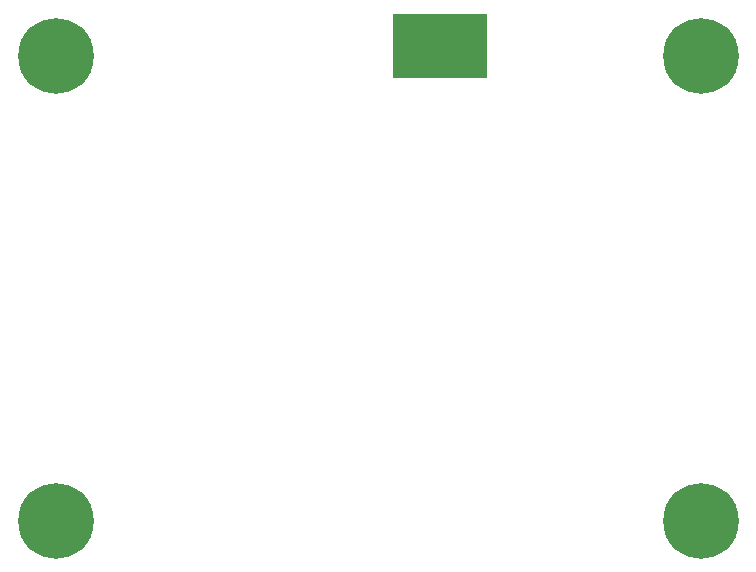
<source format=gbs>
G04 #@! TF.GenerationSoftware,KiCad,Pcbnew,(2017-12-02 revision 3109343b9)-master*
G04 #@! TF.CreationDate,2018-01-07T22:26:38+01:00*
G04 #@! TF.ProjectId,epaperle,6570617065726C652E6B696361645F70,rev?*
G04 #@! TF.SameCoordinates,Original*
G04 #@! TF.FileFunction,Soldermask,Bot*
G04 #@! TF.FilePolarity,Negative*
%FSLAX46Y46*%
G04 Gerber Fmt 4.6, Leading zero omitted, Abs format (unit mm)*
G04 Created by KiCad (PCBNEW (2017-12-02 revision 3109343b9)-master) date Sun Jan  7 22:26:38 2018*
%MOMM*%
%LPD*%
G01*
G04 APERTURE LIST*
%ADD10R,8.001000X5.499100*%
%ADD11C,6.400000*%
G04 APERTURE END LIST*
D10*
X193779807Y-83041433D03*
D11*
X215900000Y-123190000D03*
X161290000Y-83820000D03*
X161290000Y-123190000D03*
X215900000Y-83820000D03*
M02*

</source>
